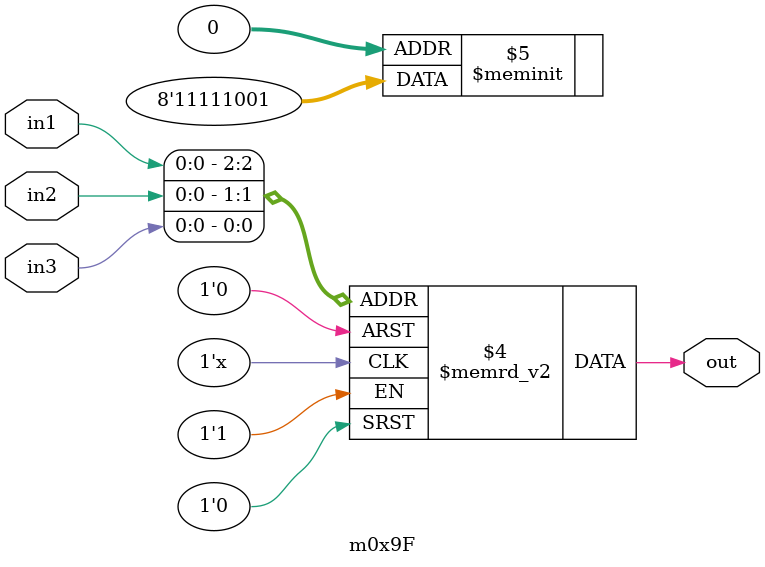
<source format=v>
module m0x9F(output out, input in1, in2, in3);

   always @(in1, in2, in3)
     begin
        case({in1, in2, in3})
          3'b000: {out} = 1'b1;
          3'b001: {out} = 1'b0;
          3'b010: {out} = 1'b0;
          3'b011: {out} = 1'b1;
          3'b100: {out} = 1'b1;
          3'b101: {out} = 1'b1;
          3'b110: {out} = 1'b1;
          3'b111: {out} = 1'b1;
        endcase // case ({in1, in2, in3})
     end // always @ (in1, in2, in3)

endmodule // m0x9F
</source>
